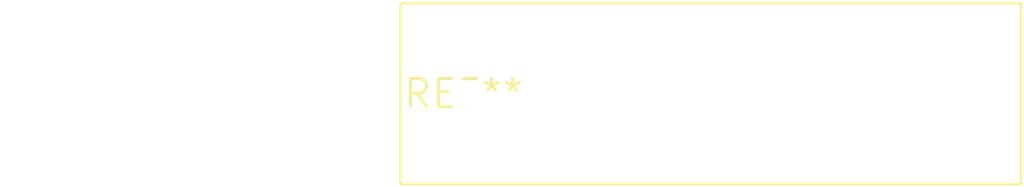
<source format=kicad_pcb>
(kicad_pcb (version 20240108) (generator pcbnew)
  (layers (0 "F.Cu" signal) (31 "B.Cu" signal) (34 "B.Paste" user) (35 "F.Paste" user) (36 "B.SilkS" user "B.Silkscreen") (37 "F.SilkS" user "F.Silkscreen") (38 "B.Mask" user) (39 "F.Mask" user) (44 "Edge.Cuts" user))
  (net 0 "")
  (footprint "C_Rect_L28.0mm_W8.0mm_P22.50mm_MKS4" (layer "F.Cu") (at 0 0)
    (property "Reference" "REF**")
    (property "Value" "C_Rect_L28.0mm_W8.0mm_P22.50mm_MKS4")
    (fp_line (start -2.87 -4.12) (end -2.87 4.12) (layer "F.SilkS") (stroke (width 0.12)))
    (fp_line (start -2.87 -4.12) (end 25.37 -4.12) (layer "F.SilkS") (stroke (width 0.12)))
    (fp_line (start -2.87 4.12) (end 25.37 4.12) (layer "F.SilkS") (stroke (width 0.12)))
    (fp_line (start 25.37 -4.12) (end 25.37 4.12) (layer "F.SilkS") (stroke (width 0.12)))
    (pad "1" thru_hole circle (at 0 0) (size 2.4 2.4) (drill 1.2) (layers *.Cu *.Mask) (remove_unused_layers))
    (pad "2" thru_hole circle (at 22.5 0) (size 2.4 2.4) (drill 1.2) (layers *.Cu *.Mask) (remove_unused_layers))
  )
)
</source>
